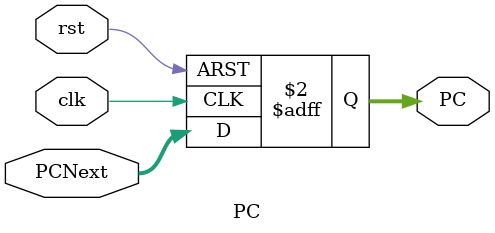
<source format=v>
`timescale 1ns/1ps
module PC(clk, rst, PCNext, PC);
	input clk, rst;
	input [31:0] PCNext;
	output reg [31:0] PC;
	
	always @ (posedge clk or posedge rst)
	begin
		if (rst) PC <= 0;
		else 
		begin
			PC <= PCNext;
		end
	end
	
endmodule





</source>
